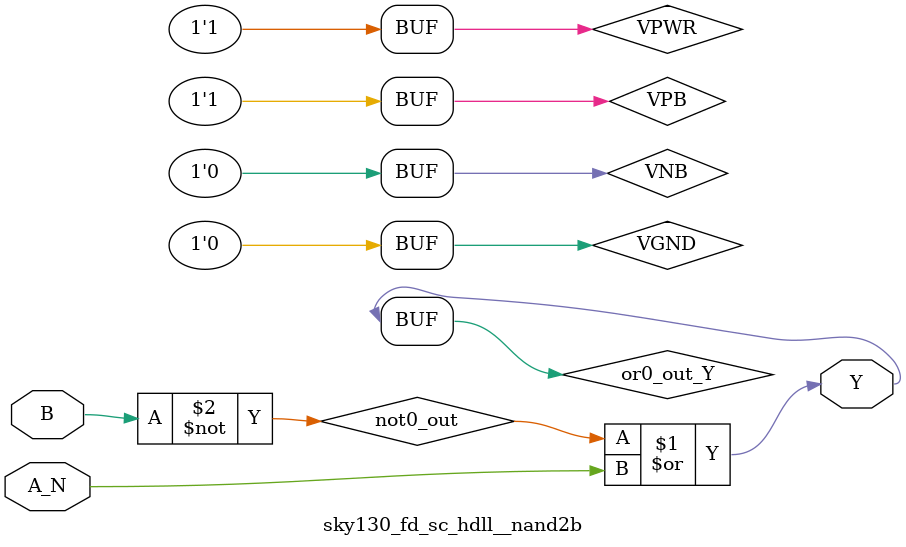
<source format=v>
/*
 * Copyright 2020 The SkyWater PDK Authors
 *
 * Licensed under the Apache License, Version 2.0 (the "License");
 * you may not use this file except in compliance with the License.
 * You may obtain a copy of the License at
 *
 *     https://www.apache.org/licenses/LICENSE-2.0
 *
 * Unless required by applicable law or agreed to in writing, software
 * distributed under the License is distributed on an "AS IS" BASIS,
 * WITHOUT WARRANTIES OR CONDITIONS OF ANY KIND, either express or implied.
 * See the License for the specific language governing permissions and
 * limitations under the License.
 *
 * SPDX-License-Identifier: Apache-2.0
*/


`ifndef SKY130_FD_SC_HDLL__NAND2B_TIMING_V
`define SKY130_FD_SC_HDLL__NAND2B_TIMING_V

/**
 * nand2b: 2-input NAND, first input inverted.
 *
 * Verilog simulation timing model.
 */

`timescale 1ns / 1ps
`default_nettype none

`celldefine
module sky130_fd_sc_hdll__nand2b (
    Y  ,
    A_N,
    B
);

    // Module ports
    output Y  ;
    input  A_N;
    input  B  ;

    // Module supplies
    supply1 VPWR;
    supply0 VGND;
    supply1 VPB ;
    supply0 VNB ;

    // Local signals
    wire not0_out ;
    wire or0_out_Y;

    //  Name  Output     Other arguments
    not not0 (not0_out , B              );
    or  or0  (or0_out_Y, not0_out, A_N  );
    buf buf0 (Y        , or0_out_Y      );

endmodule
`endcelldefine

`default_nettype wire
`endif  // SKY130_FD_SC_HDLL__NAND2B_TIMING_V

</source>
